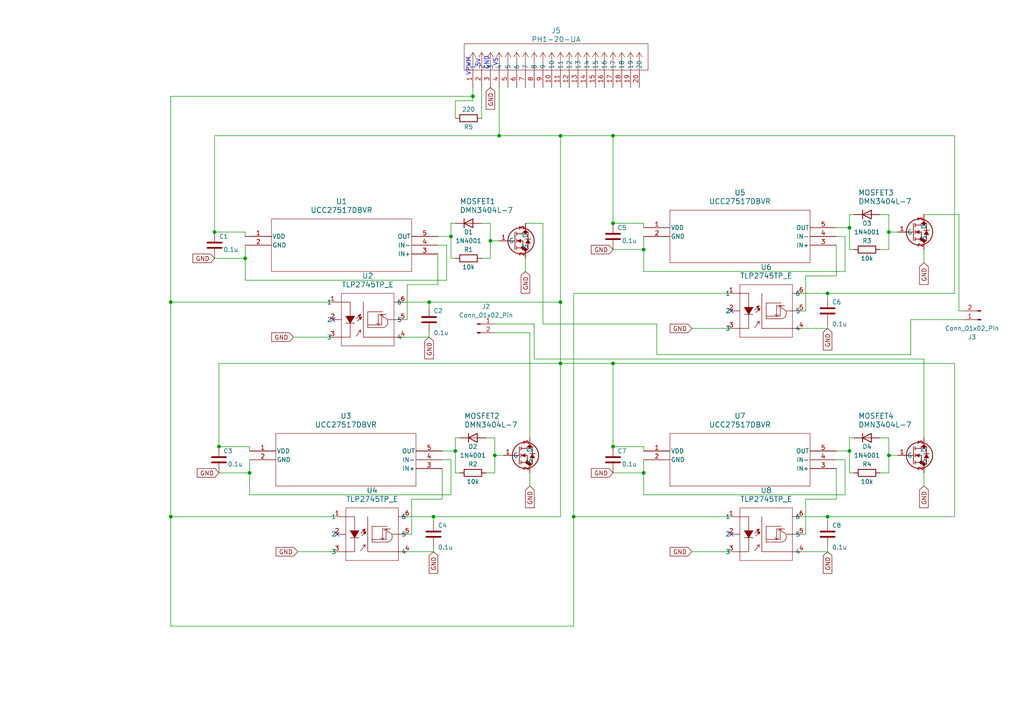
<source format=kicad_sch>
(kicad_sch (version 20231120) (generator "eeschema") (generator_version "8.0")
  (paper "A4")
  (lib_symbols
    (symbol "20 pins:PH1-20-UA" (pin_names (offset 0.254))
      (property "Reference" "J" (at 8.89 6.35 0))
      (property "Value" "PH1-20-UA" (at 0 0 0))
      (symbol "PH1-20-UA_1_1"
        (polyline (pts (xy 5.08 -50.8) (xy 12.7 -50.8)) (stroke (width 0.127)))
        (polyline (pts (xy 5.08 2.54) (xy 5.08 -50.8)) (stroke (width 0.127)))
        (polyline (pts (xy 10.16 -48.26) (xy 5.08 -48.26)) (stroke (width 0.127)))
        (polyline (pts (xy 10.16 -48.26) (xy 8.89 -49.1067)) (stroke (width 0.127)))
        (polyline (pts (xy 10.16 -48.26) (xy 8.89 -47.4133)) (stroke (width 0.127)))
        (polyline (pts (xy 10.16 -45.72) (xy 5.08 -45.72)) (stroke (width 0.127)))
        (polyline (pts (xy 10.16 -45.72) (xy 8.89 -46.5667)) (stroke (width 0.127)))
        (polyline (pts (xy 10.16 -45.72) (xy 8.89 -44.8733)) (stroke (width 0.127)))
        (polyline (pts (xy 10.16 -43.18) (xy 5.08 -43.18)) (stroke (width 0.127)))
        (polyline (pts (xy 10.16 -43.18) (xy 8.89 -44.0267)) (stroke (width 0.127)))
        (polyline (pts (xy 10.16 -43.18) (xy 8.89 -42.3333)) (stroke (width 0.127)))
        (polyline (pts (xy 10.16 -40.64) (xy 5.08 -40.64)) (stroke (width 0.127)))
        (polyline (pts (xy 10.16 -40.64) (xy 8.89 -41.4867)) (stroke (width 0.127)))
        (polyline (pts (xy 10.16 -40.64) (xy 8.89 -39.7933)) (stroke (width 0.127)))
        (polyline (pts (xy 10.16 -38.1) (xy 5.08 -38.1)) (stroke (width 0.127)))
        (polyline (pts (xy 10.16 -38.1) (xy 8.89 -38.9467)) (stroke (width 0.127)))
        (polyline (pts (xy 10.16 -38.1) (xy 8.89 -37.2533)) (stroke (width 0.127)))
        (polyline (pts (xy 10.16 -35.56) (xy 5.08 -35.56)) (stroke (width 0.127)))
        (polyline (pts (xy 10.16 -35.56) (xy 8.89 -36.4067)) (stroke (width 0.127)))
        (polyline (pts (xy 10.16 -35.56) (xy 8.89 -34.7133)) (stroke (width 0.127)))
        (polyline (pts (xy 10.16 -33.02) (xy 5.08 -33.02)) (stroke (width 0.127)))
        (polyline (pts (xy 10.16 -33.02) (xy 8.89 -33.8667)) (stroke (width 0.127)))
        (polyline (pts (xy 10.16 -33.02) (xy 8.89 -32.1733)) (stroke (width 0.127)))
        (polyline (pts (xy 10.16 -30.48) (xy 5.08 -30.48)) (stroke (width 0.127)))
        (polyline (pts (xy 10.16 -30.48) (xy 8.89 -31.3267)) (stroke (width 0.127)))
        (polyline (pts (xy 10.16 -30.48) (xy 8.89 -29.6333)) (stroke (width 0.127)))
        (polyline (pts (xy 10.16 -27.94) (xy 5.08 -27.94)) (stroke (width 0.127)))
        (polyline (pts (xy 10.16 -27.94) (xy 8.89 -28.7867)) (stroke (width 0.127)))
        (polyline (pts (xy 10.16 -27.94) (xy 8.89 -27.0933)) (stroke (width 0.127)))
        (polyline (pts (xy 10.16 -25.4) (xy 5.08 -25.4)) (stroke (width 0.127)))
        (polyline (pts (xy 10.16 -25.4) (xy 8.89 -26.2467)) (stroke (width 0.127)))
        (polyline (pts (xy 10.16 -25.4) (xy 8.89 -24.5533)) (stroke (width 0.127)))
        (polyline (pts (xy 10.16 -22.86) (xy 5.08 -22.86)) (stroke (width 0.127)))
        (polyline (pts (xy 10.16 -22.86) (xy 8.89 -23.7067)) (stroke (width 0.127)))
        (polyline (pts (xy 10.16 -22.86) (xy 8.89 -22.0133)) (stroke (width 0.127)))
        (polyline (pts (xy 10.16 -20.32) (xy 5.08 -20.32)) (stroke (width 0.127)))
        (polyline (pts (xy 10.16 -20.32) (xy 8.89 -21.1667)) (stroke (width 0.127)))
        (polyline (pts (xy 10.16 -20.32) (xy 8.89 -19.4733)) (stroke (width 0.127)))
        (polyline (pts (xy 10.16 -17.78) (xy 5.08 -17.78)) (stroke (width 0.127)))
        (polyline (pts (xy 10.16 -17.78) (xy 8.89 -18.6267)) (stroke (width 0.127)))
        (polyline (pts (xy 10.16 -17.78) (xy 8.89 -16.9333)) (stroke (width 0.127)))
        (polyline (pts (xy 10.16 -15.24) (xy 5.08 -15.24)) (stroke (width 0.127)))
        (polyline (pts (xy 10.16 -15.24) (xy 8.89 -16.0867)) (stroke (width 0.127)))
        (polyline (pts (xy 10.16 -15.24) (xy 8.89 -14.3933)) (stroke (width 0.127)))
        (polyline (pts (xy 10.16 -12.7) (xy 5.08 -12.7)) (stroke (width 0.127)))
        (polyline (pts (xy 10.16 -12.7) (xy 8.89 -13.5467)) (stroke (width 0.127)))
        (polyline (pts (xy 10.16 -12.7) (xy 8.89 -11.8533)) (stroke (width 0.127)))
        (polyline (pts (xy 10.16 -10.16) (xy 5.08 -10.16)) (stroke (width 0.127)))
        (polyline (pts (xy 10.16 -10.16) (xy 8.89 -11.0067)) (stroke (width 0.127)))
        (polyline (pts (xy 10.16 -10.16) (xy 8.89 -9.3133)) (stroke (width 0.127)))
        (polyline (pts (xy 10.16 -7.62) (xy 5.08 -7.62)) (stroke (width 0.127)))
        (polyline (pts (xy 10.16 -7.62) (xy 8.89 -8.4667)) (stroke (width 0.127)))
        (polyline (pts (xy 10.16 -7.62) (xy 8.89 -6.7733)) (stroke (width 0.127)))
        (polyline (pts (xy 10.16 -5.08) (xy 5.08 -5.08)) (stroke (width 0.127)))
        (polyline (pts (xy 10.16 -5.08) (xy 8.89 -5.9267)) (stroke (width 0.127)))
        (polyline (pts (xy 10.16 -5.08) (xy 8.89 -4.2333)) (stroke (width 0.127)))
        (polyline (pts (xy 10.16 -2.54) (xy 5.08 -2.54)) (stroke (width 0.127)))
        (polyline (pts (xy 10.16 -2.54) (xy 8.89 -3.3867)) (stroke (width 0.127)))
        (polyline (pts (xy 10.16 -2.54) (xy 8.89 -1.6933)) (stroke (width 0.127)))
        (polyline (pts (xy 10.16 0) (xy 5.08 0)) (stroke (width 0.127)))
        (polyline (pts (xy 10.16 0) (xy 8.89 -0.8467)) (stroke (width 0.127)))
        (polyline (pts (xy 10.16 0) (xy 8.89 0.8467)) (stroke (width 0.127)))
        (polyline (pts (xy 12.7 -50.8) (xy 12.7 2.54)) (stroke (width 0.127)))
        (polyline (pts (xy 12.7 2.54) (xy 5.08 2.54)) (stroke (width 0.127)))
        (pin unspecified line (at 0 0 0) (length 5.08) (name "1") (number "1"))
        (pin unspecified line (at 0 -22.86 0) (length 5.08) (name "10") (number "10"))
        (pin unspecified line (at 0 -25.4 0) (length 5.08) (name "11") (number "11"))
        (pin unspecified line (at 0 -27.94 0) (length 5.08) (name "12") (number "12"))
        (pin unspecified line (at 0 -30.48 0) (length 5.08) (name "13") (number "13"))
        (pin unspecified line (at 0 -33.02 0) (length 5.08) (name "14") (number "14"))
        (pin unspecified line (at 0 -35.56 0) (length 5.08) (name "15") (number "15"))
        (pin unspecified line (at 0 -38.1 0) (length 5.08) (name "16") (number "16"))
        (pin unspecified line (at 0 -40.64 0) (length 5.08) (name "17") (number "17"))
        (pin unspecified line (at 0 -43.18 0) (length 5.08) (name "18") (number "18"))
        (pin unspecified line (at 0 -45.72 0) (length 5.08) (name "19") (number "19"))
        (pin unspecified line (at 0 -2.54 0) (length 5.08) (name "2") (number "2"))
        (pin unspecified line (at 0 -48.26 0) (length 5.08) (name "20") (number "20"))
        (pin unspecified line (at 0 -5.08 0) (length 5.08) (name "3") (number "3"))
        (pin unspecified line (at 0 -7.62 0) (length 5.08) (name "4") (number "4"))
        (pin unspecified line (at 0 -10.16 0) (length 5.08) (name "5") (number "5"))
        (pin unspecified line (at 0 -12.7 0) (length 5.08) (name "6") (number "6"))
        (pin unspecified line (at 0 -15.24 0) (length 5.08) (name "7") (number "7"))
        (pin unspecified line (at 0 -17.78 0) (length 5.08) (name "8") (number "8"))
        (pin unspecified line (at 0 -20.32 0) (length 5.08) (name "9") (number "9"))
      )
      (symbol "PH1-20-UA_1_2"
        (polyline (pts (xy 5.08 -50.8) (xy 12.7 -50.8)) (stroke (width 0.127)))
        (polyline (pts (xy 5.08 2.54) (xy 5.08 -50.8)) (stroke (width 0.127)))
        (polyline (pts (xy 7.62 -48.26) (xy 5.08 -48.26)) (stroke (width 0.127)))
        (polyline (pts (xy 7.62 -48.26) (xy 8.89 -49.1067)) (stroke (width 0.127)))
        (polyline (pts (xy 7.62 -48.26) (xy 8.89 -47.4133)) (stroke (width 0.127)))
        (polyline (pts (xy 7.62 -45.72) (xy 5.08 -45.72)) (stroke (width 0.127)))
        (polyline (pts (xy 7.62 -45.72) (xy 8.89 -46.5667)) (stroke (width 0.127)))
        (polyline (pts (xy 7.62 -45.72) (xy 8.89 -44.8733)) (stroke (width 0.127)))
        (polyline (pts (xy 7.62 -43.18) (xy 5.08 -43.18)) (stroke (width 0.127)))
        (polyline (pts (xy 7.62 -43.18) (xy 8.89 -44.0267)) (stroke (width 0.127)))
        (polyline (pts (xy 7.62 -43.18) (xy 8.89 -42.3333)) (stroke (width 0.127)))
        (polyline (pts (xy 7.62 -40.64) (xy 5.08 -40.64)) (stroke (width 0.127)))
        (polyline (pts (xy 7.62 -40.64) (xy 8.89 -41.4867)) (stroke (width 0.127)))
        (polyline (pts (xy 7.62 -40.64) (xy 8.89 -39.7933)) (stroke (width 0.127)))
        (polyline (pts (xy 7.62 -38.1) (xy 5.08 -38.1)) (stroke (width 0.127)))
        (polyline (pts (xy 7.62 -38.1) (xy 8.89 -38.9467)) (stroke (width 0.127)))
        (polyline (pts (xy 7.62 -38.1) (xy 8.89 -37.2533)) (stroke (width 0.127)))
        (polyline (pts (xy 7.62 -35.56) (xy 5.08 -35.56)) (stroke (width 0.127)))
        (polyline (pts (xy 7.62 -35.56) (xy 8.89 -36.4067)) (stroke (width 0.127)))
        (polyline (pts (xy 7.62 -35.56) (xy 8.89 -34.7133)) (stroke (width 0.127)))
        (polyline (pts (xy 7.62 -33.02) (xy 5.08 -33.02)) (stroke (width 0.127)))
        (polyline (pts (xy 7.62 -33.02) (xy 8.89 -33.8667)) (stroke (width 0.127)))
        (polyline (pts (xy 7.62 -33.02) (xy 8.89 -32.1733)) (stroke (width 0.127)))
        (polyline (pts (xy 7.62 -30.48) (xy 5.08 -30.48)) (stroke (width 0.127)))
        (polyline (pts (xy 7.62 -30.48) (xy 8.89 -31.3267)) (stroke (width 0.127)))
        (polyline (pts (xy 7.62 -30.48) (xy 8.89 -29.6333)) (stroke (width 0.127)))
        (polyline (pts (xy 7.62 -27.94) (xy 5.08 -27.94)) (stroke (width 0.127)))
        (polyline (pts (xy 7.62 -27.94) (xy 8.89 -28.7867)) (stroke (width 0.127)))
        (polyline (pts (xy 7.62 -27.94) (xy 8.89 -27.0933)) (stroke (width 0.127)))
        (polyline (pts (xy 7.62 -25.4) (xy 5.08 -25.4)) (stroke (width 0.127)))
        (polyline (pts (xy 7.62 -25.4) (xy 8.89 -26.2467)) (stroke (width 0.127)))
        (polyline (pts (xy 7.62 -25.4) (xy 8.89 -24.5533)) (stroke (width 0.127)))
        (polyline (pts (xy 7.62 -22.86) (xy 5.08 -22.86)) (stroke (width 0.127)))
        (polyline (pts (xy 7.62 -22.86) (xy 8.89 -23.7067)) (stroke (width 0.127)))
        (polyline (pts (xy 7.62 -22.86) (xy 8.89 -22.0133)) (stroke (width 0.127)))
        (polyline (pts (xy 7.62 -20.32) (xy 5.08 -20.32)) (stroke (width 0.127)))
        (polyline (pts (xy 7.62 -20.32) (xy 8.89 -21.1667)) (stroke (width 0.127)))
        (polyline (pts (xy 7.62 -20.32) (xy 8.89 -19.4733)) (stroke (width 0.127)))
        (polyline (pts (xy 7.62 -17.78) (xy 5.08 -17.78)) (stroke (width 0.127)))
        (polyline (pts (xy 7.62 -17.78) (xy 8.89 -18.6267)) (stroke (width 0.127)))
        (polyline (pts (xy 7.62 -17.78) (xy 8.89 -16.9333)) (stroke (width 0.127)))
        (polyline (pts (xy 7.62 -15.24) (xy 5.08 -15.24)) (stroke (width 0.127)))
        (polyline (pts (xy 7.62 -15.24) (xy 8.89 -16.0867)) (stroke (width 0.127)))
        (polyline (pts (xy 7.62 -15.24) (xy 8.89 -14.3933)) (stroke (width 0.127)))
        (polyline (pts (xy 7.62 -12.7) (xy 5.08 -12.7)) (stroke (width 0.127)))
        (polyline (pts (xy 7.62 -12.7) (xy 8.89 -13.5467)) (stroke (width 0.127)))
        (polyline (pts (xy 7.62 -12.7) (xy 8.89 -11.8533)) (stroke (width 0.127)))
        (polyline (pts (xy 7.62 -10.16) (xy 5.08 -10.16)) (stroke (width 0.127)))
        (polyline (pts (xy 7.62 -10.16) (xy 8.89 -11.0067)) (stroke (width 0.127)))
        (polyline (pts (xy 7.62 -10.16) (xy 8.89 -9.3133)) (stroke (width 0.127)))
        (polyline (pts (xy 7.62 -7.62) (xy 5.08 -7.62)) (stroke (width 0.127)))
        (polyline (pts (xy 7.62 -7.62) (xy 8.89 -8.4667)) (stroke (width 0.127)))
        (polyline (pts (xy 7.62 -7.62) (xy 8.89 -6.7733)) (stroke (width 0.127)))
        (polyline (pts (xy 7.62 -5.08) (xy 5.08 -5.08)) (stroke (width 0.127)))
        (polyline (pts (xy 7.62 -5.08) (xy 8.89 -5.9267)) (stroke (width 0.127)))
        (polyline (pts (xy 7.62 -5.08) (xy 8.89 -4.2333)) (stroke (width 0.127)))
        (polyline (pts (xy 7.62 -2.54) (xy 5.08 -2.54)) (stroke (width 0.127)))
        (polyline (pts (xy 7.62 -2.54) (xy 8.89 -3.3867)) (stroke (width 0.127)))
        (polyline (pts (xy 7.62 -2.54) (xy 8.89 -1.6933)) (stroke (width 0.127)))
        (polyline (pts (xy 7.62 0) (xy 5.08 0)) (stroke (width 0.127)))
        (polyline (pts (xy 7.62 0) (xy 8.89 -0.8467)) (stroke (width 0.127)))
        (polyline (pts (xy 7.62 0) (xy 8.89 0.8467)) (stroke (width 0.127)))
        (polyline (pts (xy 12.7 -50.8) (xy 12.7 2.54)) (stroke (width 0.127)))
        (polyline (pts (xy 12.7 2.54) (xy 5.08 2.54)) (stroke (width 0.127)))
        (pin unspecified line (at 0 0 0) (length 5.08) (name "1") (number "1"))
        (pin unspecified line (at 0 -22.86 0) (length 5.08) (name "10") (number "10"))
        (pin unspecified line (at 0 -25.4 0) (length 5.08) (name "11") (number "11"))
        (pin unspecified line (at 0 -27.94 0) (length 5.08) (name "12") (number "12"))
        (pin unspecified line (at 0 -30.48 0) (length 5.08) (name "13") (number "13"))
        (pin unspecified line (at 0 -33.02 0) (length 5.08) (name "14") (number "14"))
        (pin unspecified line (at 0 -35.56 0) (length 5.08) (name "15") (number "15"))
        (pin unspecified line (at 0 -38.1 0) (length 5.08) (name "16") (number "16"))
        (pin unspecified line (at 0 -40.64 0) (length 5.08) (name "17") (number "17"))
        (pin unspecified line (at 0 -43.18 0) (length 5.08) (name "18") (number "18"))
        (pin unspecified line (at 0 -45.72 0) (length 5.08) (name "19") (number "19"))
        (pin unspecified line (at 0 -2.54 0) (length 5.08) (name "2") (number "2"))
        (pin unspecified line (at 0 -48.26 0) (length 5.08) (name "20") (number "20"))
        (pin unspecified line (at 0 -5.08 0) (length 5.08) (name "3") (number "3"))
        (pin unspecified line (at 0 -7.62 0) (length 5.08) (name "4") (number "4"))
        (pin unspecified line (at 0 -10.16 0) (length 5.08) (name "5") (number "5"))
        (pin unspecified line (at 0 -12.7 0) (length 5.08) (name "6") (number "6"))
        (pin unspecified line (at 0 -15.24 0) (length 5.08) (name "7") (number "7"))
        (pin unspecified line (at 0 -17.78 0) (length 5.08) (name "8") (number "8"))
        (pin unspecified line (at 0 -20.32 0) (length 5.08) (name "9") (number "9"))
      )
    )
    (symbol "Connector:Conn_01x02_Pin" (pin_names (offset 1.016) hide)
      (property "Reference" "J" (at 0 2.54 0))
      (property "Value" "Conn_01x02_Pin" (at 0 -5.08 0))
      (symbol "Conn_01x02_Pin_1_1"
        (polyline (pts (xy 1.27 -2.54) (xy 0.8636 -2.54)) (stroke (width 0.1524)))
        (polyline (pts (xy 1.27 0) (xy 0.8636 0)) (stroke (width 0.1524)))
        (rectangle (start 0.8636 -2.413) (end 0 -2.667) (stroke (width 0.1524)) (fill (type outline)))
        (rectangle (start 0.8636 0.127) (end 0 -0.127) (stroke (width 0.1524)) (fill (type outline)))
        (pin passive line (at 5.08 0 180) (length 3.81) (name "Pin_1") (number "1"))
        (pin passive line (at 5.08 -2.54 180) (length 3.81) (name "Pin_2") (number "2"))
      )
    )
    (symbol "Device:C" (pin_numbers hide) (pin_names (offset 0.254))
      (property "Reference" "C" (at 0.635 2.54 0))
      (property "Value" "C" (at 0.635 -2.54 0))
      (symbol "C_0_1"
        (polyline (pts (xy -2.032 -0.762) (xy 2.032 -0.762)) (stroke (width 0.508)))
        (polyline (pts (xy -2.032 0.762) (xy 2.032 0.762)) (stroke (width 0.508)))
      )
      (symbol "C_1_1"
        (pin passive line (at 0 3.81 270) (length 2.794) (name "~") (number "1"))
        (pin passive line (at 0 -3.81 90) (length 2.794) (name "~") (number "2"))
      )
    )
    (symbol "Device:R" (pin_numbers hide) (pin_names (offset 0))
      (property "Reference" "R" (at 2.032 0 90))
      (property "Value" "R" (at 0 0 90))
      (symbol "R_0_1"
        (rectangle (start -1.016 -2.54) (end 1.016 2.54) (stroke (width 0.254)))
      )
      (symbol "R_1_1"
        (pin passive line (at 0 3.81 270) (length 1.27) (name "~") (number "1"))
        (pin passive line (at 0 -3.81 90) (length 1.27) (name "~") (number "2"))
      )
    )
    (symbol "Diode:1N4001" (pin_numbers hide) (pin_names hide)
      (property "Reference" "D" (at 0 2.54 0))
      (property "Value" "1N4001" (at 0 -2.54 0))
      (symbol "1N4001_0_1"
        (polyline (pts (xy -1.27 1.27) (xy -1.27 -1.27)) (stroke (width 0.254)))
        (polyline (pts (xy 1.27 0) (xy -1.27 0)))
        (polyline (pts (xy 1.27 1.27) (xy 1.27 -1.27) (xy -1.27 0) (xy 1.27 1.27)) (stroke (width 0.254)))
      )
      (symbol "1N4001_1_1"
        (pin passive line (at -3.81 0 0) (length 2.54) (name "K") (number "1"))
        (pin passive line (at 3.81 0 180) (length 2.54) (name "A") (number "2"))
      )
    )
    (symbol "Driver_FET:UCC27517DBVR" (pin_names (offset 0.254))
      (property "Reference" "U" (at 27.94 10.16 0))
      (property "Value" "UCC27517DBVR" (at 27.94 7.62 0))
      (symbol "UCC27517DBVR_0_1"
        (polyline (pts (xy 7.62 -10.16) (xy 48.26 -10.16)) (stroke (width 0.127)))
        (polyline (pts (xy 7.62 5.08) (xy 7.62 -10.16)) (stroke (width 0.127)))
        (polyline (pts (xy 48.26 -10.16) (xy 48.26 5.08)) (stroke (width 0.127)))
        (polyline (pts (xy 48.26 5.08) (xy 7.62 5.08)) (stroke (width 0.127)))
        (pin power_in line (at 0 0 0) (length 7.62) (name "VDD") (number "1"))
        (pin power_in line (at 0 -2.54 0) (length 7.62) (name "GND") (number "2"))
        (pin input line (at 55.88 -5.08 180) (length 7.62) (name "IN+") (number "3"))
        (pin input line (at 55.88 -2.54 180) (length 7.62) (name "IN-") (number "4"))
        (pin output line (at 55.88 0 180) (length 7.62) (name "OUT") (number "5"))
      )
    )
    (symbol "Isolator_Analog:TLP2745TP_E" (pin_names (offset 0.254))
      (property "Reference" "U" (at 0 0 0))
      (property "Value" "TLP2745TP_E" (at 0 0 0))
      (symbol "TLP2745TP_E_0_1"
        (polyline (pts (xy -2.54 -12.7) (xy 0 -12.7)))
        (polyline (pts (xy -2.54 -7.62) (xy 0 -7.62)))
        (polyline (pts (xy -2.54 -2.54) (xy 0 -2.54)))
        (polyline (pts (xy 0 -15.24) (xy 0 0)) (stroke (width 0.127)))
        (polyline (pts (xy 0 -12.7) (xy 2.54 -12.7)))
        (polyline (pts (xy 0 -2.54) (xy 2.54 -2.54)))
        (polyline (pts (xy 0 0) (xy 15.24 0)) (stroke (width 0.127)))
        (polyline (pts (xy 1.27 -8.636) (xy 3.81 -8.636)))
        (polyline (pts (xy 2.54 -12.7) (xy 2.54 -8.636)))
        (polyline (pts (xy 2.54 -2.54) (xy 2.54 -6.604)))
        (polyline (pts (xy 4.318 -7.366) (xy 5.588 -6.096)))
        (polyline (pts (xy 4.572 -8.128) (xy 5.842 -6.858)))
        (polyline (pts (xy 4.826 -10.922) (xy 5.588 -10.668)))
        (polyline (pts (xy 5.588 -11.43) (xy 5.588 -10.668)))
        (polyline (pts (xy 5.588 -10.668) (xy 4.318 -12.446)))
        (polyline (pts (xy 6.35 -12.7) (xy 15.24 -12.7)))
        (polyline (pts (xy 6.35 -2.54) (xy 6.35 -12.7)))
        (polyline (pts (xy 7.62 -9.906) (xy 11.938 -9.906)))
        (polyline (pts (xy 7.62 -5.334) (xy 7.62 -9.906)))
        (polyline (pts (xy 7.62 -5.334) (xy 11.938 -5.334)))
        (polyline (pts (xy 10.668 -9.144) (xy 10.16 -8.636)))
        (polyline (pts (xy 10.668 -9.144) (xy 11.176 -8.636)))
        (polyline (pts (xy 10.668 -6.096) (xy 10.668 -9.144)))
        (polyline (pts (xy 10.668 -6.096) (xy 12.954 -6.096)))
        (polyline (pts (xy 11.684 -9.144) (xy 7.62 -9.144)))
        (polyline (pts (xy 11.684 -6.096) (xy 11.176 -6.604)))
        (polyline (pts (xy 11.684 -6.096) (xy 11.684 -9.144)))
        (polyline (pts (xy 11.684 -6.096) (xy 12.192 -6.604)))
        (polyline (pts (xy 13.462 -7.62) (xy 15.24 -7.62)))
        (polyline (pts (xy 15.24 -15.24) (xy 0 -15.24)) (stroke (width 0.127)))
        (polyline (pts (xy 15.24 0) (xy 15.24 -15.24)) (stroke (width 0.127)))
        (polyline (pts (xy 17.78 -12.7) (xy 15.24 -12.7)))
        (polyline (pts (xy 17.78 -7.62) (xy 15.24 -7.62)))
        (polyline (pts (xy 17.78 -2.54) (xy 15.24 -2.54)))
        (polyline (pts (xy 1.27 -6.604) (xy 1.27 -6.604) (xy 3.81 -6.604) (xy 2.54 -8.636) (xy 1.27 -6.604)) (fill (type outline)))
        (polyline (pts (xy 5.588 -6.096) (xy 5.588 -6.096) (xy 4.826 -6.35) (xy 5.334 -6.858) (xy 5.588 -6.096)) (fill (type outline)))
        (polyline (pts (xy 5.842 -6.858) (xy 5.842 -6.858) (xy 5.08 -7.112) (xy 5.588 -7.62) (xy 5.842 -6.858)) (fill (type outline)))
        (arc (start 11.938 -9.906) (mid 13.4554 -8.382) (end 11.938 -6.858))
        (pin unspecified line (at -2.5146 -2.54 180) (length 0.0254) (name "1") (number "1"))
        (pin unspecified line (at -2.5146 -7.62 180) (length 0.0254) (name "2") (number "2"))
        (pin unspecified line (at -2.5146 -12.7 180) (length 0.0254) (name "3") (number "3"))
        (pin unspecified line (at 17.8054 -12.7 180) (length 0.0254) (name "4") (number "4"))
        (pin unspecified line (at 17.8054 -7.62 180) (length 0.0254) (name "5") (number "5"))
        (pin unspecified line (at 17.8054 -2.54 180) (length 0.0254) (name "6") (number "6"))
      )
    )
    (symbol "Transistor_FET:DMN3404L-7" (pin_names (offset 0.254))
      (property "Reference" "MOSFET" (at 11.43 1.905 0))
      (property "Value" "DMN3404L-7" (at 11.43 -2.54 0))
      (symbol "DMN3404L-7_0_1"
        (polyline (pts (xy 2.54 0) (xy 4.445 0)) (stroke (width 0.2032)))
        (polyline (pts (xy 4.572 -2.54) (xy 4.572 2.54)) (stroke (width 0.2032)))
        (polyline (pts (xy 5.08 -2.54) (xy 5.08 -1.524)) (stroke (width 0.2032)))
        (polyline (pts (xy 5.08 -2.032) (xy 6.858 -2.032)) (stroke (width 0.2032)))
        (polyline (pts (xy 5.08 -0.508) (xy 5.08 0.508)) (stroke (width 0.2032)))
        (polyline (pts (xy 5.08 1.524) (xy 5.08 2.54)) (stroke (width 0.2032)))
        (polyline (pts (xy 5.08 2.032) (xy 6.858 2.032)) (stroke (width 0.2032)))
        (polyline (pts (xy 6.35 0) (xy 6.858 0)) (stroke (width 0.2032)))
        (polyline (pts (xy 6.858 -2.54) (xy 6.858 0)) (stroke (width 0.2032)))
        (polyline (pts (xy 6.858 -2.54) (xy 8.382 -2.54)) (stroke (width 0.2032)))
        (polyline (pts (xy 6.858 2.032) (xy 6.858 2.54)) (stroke (width 0.2032)))
        (polyline (pts (xy 6.858 2.54) (xy 8.382 2.54)) (stroke (width 0.2032)))
        (polyline (pts (xy 8.382 -2.54) (xy 8.382 -0.762)) (stroke (width 0.2032)))
        (polyline (pts (xy 8.382 0.508) (xy 8.382 2.54)) (stroke (width 0.2032)))
        (polyline (pts (xy 9.144 0.508) (xy 7.62 0.508)) (stroke (width 0.2032)))
        (polyline (pts (xy 6.35 0.508) (xy 5.08 0) (xy 6.35 -0.508)) (stroke (width 0.0254)) (fill (type outline)))
        (polyline (pts (xy 9.144 -0.762) (xy 7.62 -0.762) (xy 8.382 0.508)) (stroke (width 0.0254)) (fill (type outline)))
        (circle (center 6.35 0) (radius 3.81) (stroke (width 0.254)))
        (circle (center 6.858 -2.032) (radius 0.0254) (stroke (width 0.508)))
        (circle (center 7.62 -2.54) (radius 0.0254) (stroke (width 0.508)))
        (circle (center 7.62 2.54) (radius 0.0254) (stroke (width 0.508)))
        (pin unspecified line (at 0 0 0) (length 2.54) (name "G") (number "1"))
        (pin unspecified line (at 7.62 -5.08 90) (length 2.54) (name "S") (number "2"))
        (pin unspecified line (at 7.62 5.08 270) (length 2.54) (name "D") (number "3"))
      )
    )
  )
  (junction (at 143.51 132.08))
  (junction (at 246.38 66.04))
  (junction (at 177.8 105.41))
  (junction (at 72.39 137.16))
  (junction (at 162.56 87.63))
  (junction (at 240.03 149.86))
  (junction (at 186.69 137.16))
  (junction (at 49.53 87.63))
  (junction (at 130.81 68.58))
  (junction (at 257.81 67.31))
  (junction (at 62.23 67.31))
  (junction (at 49.53 149.86))
  (junction (at 63.5 129.54))
  (junction (at 177.8 64.77))
  (junction (at 166.37 149.86))
  (junction (at 257.81 132.08))
  (junction (at 177.8 39.37))
  (junction (at 177.8 129.54))
  (junction (at 186.69 72.39))
  (junction (at 137.16 27.94))
  (junction (at 162.56 105.41))
  (junction (at 144.78 39.37))
  (junction (at 132.08 130.81))
  (junction (at 71.12 74.93))
  (junction (at 240.03 85.09))
  (junction (at 246.38 130.81))
  (junction (at 142.24 69.85))
  (junction (at 124.46 87.63))
  (junction (at 125.73 149.86))
  (junction (at 162.56 39.37))
  (no_connect (at 96.52 92.71))
  (no_connect (at 97.79 154.94))
  (no_connect (at 212.09 90.17))
  (no_connect (at 212.09 154.94))
  (wire (pts (xy 245.11 68.58) (xy 245.11 78.74)))
  (wire (pts (xy 62.23 67.31) (xy 71.12 67.31)))
  (wire (pts (xy 154.94 93.98) (xy 143.51 93.98)))
  (wire (pts (xy 242.57 130.81) (xy 246.38 130.81)))
  (wire (pts (xy 247.65 127) (xy 246.38 127)))
  (wire (pts (xy 133.35 127) (xy 132.08 127)))
  (wire (pts (xy 157.48 64.77) (xy 152.4 64.77)))
  (wire (pts (xy 144.78 39.37) (xy 162.56 39.37)))
  (wire (pts (xy 276.86 105.41) (xy 177.8 105.41)))
  (wire (pts (xy 49.53 149.86) (xy 97.79 149.86)))
  (wire (pts (xy 267.97 127) (xy 267.97 104.14)))
  (wire (pts (xy 246.38 62.23) (xy 246.38 66.04)))
  (wire (pts (xy 140.97 127) (xy 143.51 127)))
  (wire (pts (xy 125.73 160.02) (xy 118.11 160.02)))
  (wire (pts (xy 129.54 71.12) (xy 129.54 81.28)))
  (wire (pts (xy 240.03 160.02) (xy 232.41 160.02)))
  (wire (pts (xy 260.35 132.08) (xy 257.81 132.08)))
  (wire (pts (xy 186.69 143.51) (xy 186.69 137.16)))
  (wire (pts (xy 129.54 81.28) (xy 71.12 81.28)))
  (wire (pts (xy 139.7 25.4) (xy 139.7 34.29)))
  (wire (pts (xy 246.38 72.39) (xy 247.65 72.39)))
  (wire (pts (xy 72.39 129.54) (xy 72.39 130.81)))
  (wire (pts (xy 255.27 137.16) (xy 257.81 137.16)))
  (wire (pts (xy 49.53 87.63) (xy 49.53 27.94)))
  (wire (pts (xy 177.8 129.54) (xy 186.69 129.54)))
  (wire (pts (xy 125.73 149.86) (xy 125.73 151.13)))
  (wire (pts (xy 144.78 39.37) (xy 62.23 39.37)))
  (wire (pts (xy 190.5 102.87) (xy 190.5 93.98)))
  (wire (pts (xy 257.81 127) (xy 257.81 132.08)))
  (wire (pts (xy 49.53 27.94) (xy 137.16 27.94)))
  (wire (pts (xy 118.11 92.71) (xy 116.84 92.71)))
  (wire (pts (xy 157.48 93.98) (xy 190.5 93.98)))
  (wire (pts (xy 124.46 87.63) (xy 162.56 87.63)))
  (wire (pts (xy 162.56 39.37) (xy 162.56 87.63)))
  (wire (pts (xy 132.08 64.77) (xy 130.81 64.77)))
  (wire (pts (xy 85.09 97.79) (xy 96.52 97.79)))
  (wire (pts (xy 144.78 69.85) (xy 142.24 69.85)))
  (wire (pts (xy 246.38 130.81) (xy 246.38 137.16)))
  (wire (pts (xy 279.4 90.17) (xy 278.13 90.17)))
  (wire (pts (xy 130.81 68.58) (xy 130.81 74.93)))
  (wire (pts (xy 245.11 143.51) (xy 186.69 143.51)))
  (wire (pts (xy 232.41 149.86) (xy 240.03 149.86)))
  (wire (pts (xy 132.08 29.21) (xy 137.16 29.21)))
  (wire (pts (xy 127 68.58) (xy 130.81 68.58)))
  (wire (pts (xy 240.03 149.86) (xy 240.03 151.13)))
  (wire (pts (xy 260.35 67.31) (xy 257.81 67.31)))
  (wire (pts (xy 267.97 62.23) (xy 278.13 62.23)))
  (wire (pts (xy 186.69 78.74) (xy 186.69 72.39)))
  (wire (pts (xy 264.16 92.71) (xy 264.16 102.87)))
  (wire (pts (xy 62.23 74.93) (xy 71.12 74.93)))
  (wire (pts (xy 132.08 127) (xy 132.08 130.81)))
  (wire (pts (xy 255.27 62.23) (xy 257.81 62.23)))
  (wire (pts (xy 130.81 74.93) (xy 132.08 74.93)))
  (wire (pts (xy 186.69 129.54) (xy 186.69 130.81)))
  (wire (pts (xy 118.11 92.71) (xy 118.11 82.55)))
  (wire (pts (xy 86.36 160.02) (xy 97.79 160.02)))
  (wire (pts (xy 49.53 149.86) (xy 49.53 87.63)))
  (wire (pts (xy 140.97 137.16) (xy 143.51 137.16)))
  (wire (pts (xy 276.86 149.86) (xy 276.86 105.41)))
  (wire (pts (xy 276.86 39.37) (xy 177.8 39.37)))
  (wire (pts (xy 177.8 105.41) (xy 177.8 129.54)))
  (wire (pts (xy 49.53 87.63) (xy 96.52 87.63)))
  (wire (pts (xy 177.8 137.16) (xy 186.69 137.16)))
  (wire (pts (xy 166.37 149.86) (xy 212.09 149.86)))
  (wire (pts (xy 118.11 82.55) (xy 127 82.55)))
  (wire (pts (xy 240.03 85.09) (xy 276.86 85.09)))
  (wire (pts (xy 128.27 130.81) (xy 132.08 130.81)))
  (wire (pts (xy 279.4 92.71) (xy 264.16 92.71)))
  (wire (pts (xy 119.38 154.94) (xy 118.11 154.94)))
  (wire (pts (xy 232.41 85.09) (xy 240.03 85.09)))
  (wire (pts (xy 267.97 104.14) (xy 154.94 104.14)))
  (wire (pts (xy 152.4 74.93) (xy 152.4 78.74)))
  (wire (pts (xy 240.03 149.86) (xy 276.86 149.86)))
  (wire (pts (xy 267.97 137.16) (xy 267.97 140.97)))
  (wire (pts (xy 153.67 137.16) (xy 153.67 140.97)))
  (wire (pts (xy 240.03 95.25) (xy 232.41 95.25)))
  (wire (pts (xy 132.08 137.16) (xy 133.35 137.16)))
  (wire (pts (xy 246.38 137.16) (xy 247.65 137.16)))
  (wire (pts (xy 139.7 64.77) (xy 142.24 64.77)))
  (wire (pts (xy 142.24 69.85) (xy 142.24 74.93)))
  (wire (pts (xy 143.51 127) (xy 143.51 132.08)))
  (wire (pts (xy 177.8 72.39) (xy 186.69 72.39)))
  (wire (pts (xy 177.8 64.77) (xy 186.69 64.77)))
  (wire (pts (xy 200.66 160.02) (xy 212.09 160.02)))
  (wire (pts (xy 72.39 143.51) (xy 72.39 137.16)))
  (wire (pts (xy 154.94 104.14) (xy 154.94 93.98)))
  (wire (pts (xy 186.69 137.16) (xy 186.69 133.35)))
  (wire (pts (xy 130.81 64.77) (xy 130.81 68.58)))
  (wire (pts (xy 267.97 72.39) (xy 267.97 76.2)))
  (wire (pts (xy 142.24 64.77) (xy 142.24 69.85)))
  (wire (pts (xy 153.67 96.52) (xy 143.51 96.52)))
  (wire (pts (xy 162.56 105.41) (xy 162.56 149.86)))
  (wire (pts (xy 242.57 144.78) (xy 242.57 135.89)))
  (wire (pts (xy 127 82.55) (xy 127 73.66)))
  (wire (pts (xy 257.81 132.08) (xy 257.81 137.16)))
  (wire (pts (xy 255.27 72.39) (xy 257.81 72.39)))
  (wire (pts (xy 233.68 80.01) (xy 242.57 80.01)))
  (wire (pts (xy 146.05 132.08) (xy 143.51 132.08)))
  (wire (pts (xy 124.46 87.63) (xy 124.46 88.9)))
  (wire (pts (xy 124.46 96.52) (xy 124.46 97.79)))
  (wire (pts (xy 278.13 62.23) (xy 278.13 90.17)))
  (wire (pts (xy 276.86 85.09) (xy 276.86 39.37)))
  (wire (pts (xy 62.23 39.37) (xy 62.23 67.31)))
  (wire (pts (xy 166.37 85.09) (xy 166.37 149.86)))
  (wire (pts (xy 257.81 67.31) (xy 257.81 72.39)))
  (wire (pts (xy 71.12 67.31) (xy 71.12 68.58)))
  (wire (pts (xy 257.81 62.23) (xy 257.81 67.31)))
  (wire (pts (xy 162.56 87.63) (xy 162.56 105.41)))
  (wire (pts (xy 186.69 72.39) (xy 186.69 68.58)))
  (wire (pts (xy 177.8 64.77) (xy 177.8 39.37)))
  (wire (pts (xy 166.37 85.09) (xy 212.09 85.09)))
  (wire (pts (xy 240.03 93.98) (xy 240.03 95.25)))
  (wire (pts (xy 63.5 137.16) (xy 72.39 137.16)))
  (wire (pts (xy 186.69 64.77) (xy 186.69 66.04)))
  (wire (pts (xy 245.11 133.35) (xy 245.11 143.51)))
  (wire (pts (xy 200.66 95.25) (xy 212.09 95.25)))
  (wire (pts (xy 125.73 149.86) (xy 162.56 149.86)))
  (wire (pts (xy 157.48 64.77) (xy 157.48 93.98)))
  (wire (pts (xy 240.03 158.75) (xy 240.03 160.02)))
  (wire (pts (xy 245.11 78.74) (xy 186.69 78.74)))
  (wire (pts (xy 240.03 85.09) (xy 240.03 86.36)))
  (wire (pts (xy 137.16 29.21) (xy 137.16 27.94)))
  (wire (pts (xy 63.5 129.54) (xy 72.39 129.54)))
  (wire (pts (xy 132.08 130.81) (xy 132.08 137.16)))
  (wire (pts (xy 242.57 80.01) (xy 242.57 71.12)))
  (wire (pts (xy 247.65 62.23) (xy 246.38 62.23)))
  (wire (pts (xy 233.68 154.94) (xy 232.41 154.94)))
  (wire (pts (xy 233.68 90.17) (xy 233.68 80.01)))
  (wire (pts (xy 143.51 132.08) (xy 143.51 137.16)))
  (wire (pts (xy 119.38 144.78) (xy 128.27 144.78)))
  (wire (pts (xy 130.81 143.51) (xy 72.39 143.51)))
  (wire (pts (xy 119.38 154.94) (xy 119.38 144.78)))
  (wire (pts (xy 246.38 66.04) (xy 246.38 72.39)))
  (wire (pts (xy 132.08 34.29) (xy 132.08 29.21)))
  (wire (pts (xy 49.53 181.61) (xy 166.37 181.61)))
  (wire (pts (xy 255.27 127) (xy 257.81 127)))
  (wire (pts (xy 242.57 66.04) (xy 246.38 66.04)))
  (wire (pts (xy 233.68 90.17) (xy 232.41 90.17)))
  (wire (pts (xy 137.16 25.4) (xy 137.16 27.94)))
  (wire (pts (xy 246.38 127) (xy 246.38 130.81)))
  (wire (pts (xy 242.57 68.58) (xy 245.11 68.58)))
  (wire (pts (xy 242.57 133.35) (xy 245.11 133.35)))
  (wire (pts (xy 118.11 149.86) (xy 125.73 149.86)))
  (wire (pts (xy 166.37 149.86) (xy 166.37 181.61)))
  (wire (pts (xy 128.27 133.35) (xy 130.81 133.35)))
  (wire (pts (xy 124.46 97.79) (xy 116.84 97.79)))
  (wire (pts (xy 71.12 81.28) (xy 71.12 74.93)))
  (wire (pts (xy 127 71.12) (xy 129.54 71.12)))
  (wire (pts (xy 128.27 144.78) (xy 128.27 135.89)))
  (wire (pts (xy 233.68 154.94) (xy 233.68 144.78)))
  (wire (pts (xy 162.56 105.41) (xy 177.8 105.41)))
  (wire (pts (xy 153.67 127) (xy 153.67 96.52)))
  (wire (pts (xy 177.8 39.37) (xy 162.56 39.37)))
  (wire (pts (xy 125.73 158.75) (xy 125.73 160.02)))
  (wire (pts (xy 71.12 74.93) (xy 71.12 71.12)))
  (wire (pts (xy 233.68 144.78) (xy 242.57 144.78)))
  (wire (pts (xy 130.81 133.35) (xy 130.81 143.51)))
  (wire (pts (xy 72.39 137.16) (xy 72.39 133.35)))
  (wire (pts (xy 264.16 102.87) (xy 190.5 102.87)))
  (wire (pts (xy 139.7 74.93) (xy 142.24 74.93)))
  (wire (pts (xy 116.84 87.63) (xy 124.46 87.63)))
  (wire (pts (xy 63.5 129.54) (xy 63.5 105.41)))
  (wire (pts (xy 49.53 149.86) (xy 49.53 181.61)))
  (wire (pts (xy 144.78 25.4) (xy 144.78 39.37)))
  (wire (pts (xy 63.5 105.41) (xy 162.56 105.41)))
  (text "GND" (at 141.224 18.288 90) (effects (font (size 1.27 1.27))))
  (text "VPWM" (at 135.89 19.304 90) (effects (font (size 1.27 1.27))))
  (text "VS" (at 143.764 18.034 90) (effects (font (size 1.27 1.27))))
  (text "5V" (at 138.684 18.288 90) (effects (font (size 1.27 1.27))))
  (global_label "GND" (shape input) (at 200.66 95.25 180) (property "Intersheetrefs" "${INTERSHEET_REFS}" (effects (hide yes))))
  (global_label "GND" (shape input) (at 153.67 140.97 270) (property "Intersheetrefs" "${INTERSHEET_REFS}" (effects (hide yes))))
  (global_label "GND" (shape input) (at 124.46 97.79 270) (property "Intersheetrefs" "${INTERSHEET_REFS}" (effects (hide yes))))
  (global_label "GND" (shape input) (at 267.97 140.97 270) (property "Intersheetrefs" "${INTERSHEET_REFS}" (effects (hide yes))))
  (global_label "GND" (shape input) (at 240.03 95.25 270) (property "Intersheetrefs" "${INTERSHEET_REFS}" (effects (hide yes))))
  (global_label "GND" (shape input) (at 177.8 72.39 180) (property "Intersheetrefs" "${INTERSHEET_REFS}" (effects (hide yes))))
  (global_label "GND" (shape input) (at 142.24 25.4 270) (property "Intersheetrefs" "${INTERSHEET_REFS}" (effects (hide yes))))
  (global_label "GND" (shape input) (at 125.73 160.02 270) (property "Intersheetrefs" "${INTERSHEET_REFS}" (effects (hide yes))))
  (global_label "GND" (shape input) (at 177.8 137.16 180) (property "Intersheetrefs" "${INTERSHEET_REFS}" (effects (hide yes))))
  (global_label "GND" (shape input) (at 200.66 160.02 180) (property "Intersheetrefs" "${INTERSHEET_REFS}" (effects (hide yes))))
  (global_label "GND" (shape input) (at 240.03 160.02 270) (property "Intersheetrefs" "${INTERSHEET_REFS}" (effects (hide yes))))
  (global_label "GND" (shape input) (at 267.97 76.2 270) (property "Intersheetrefs" "${INTERSHEET_REFS}" (effects (hide yes))))
  (global_label "GND" (shape input) (at 63.5 137.16 180) (property "Intersheetrefs" "${INTERSHEET_REFS}" (effects (hide yes))))
  (global_label "GND" (shape input) (at 86.36 160.02 180) (property "Intersheetrefs" "${INTERSHEET_REFS}" (effects (hide yes))))
  (global_label "GND" (shape input) (at 85.09 97.79 180) (property "Intersheetrefs" "${INTERSHEET_REFS}" (effects (hide yes))))
  (global_label "GND" (shape input) (at 152.4 78.74 270) (property "Intersheetrefs" "${INTERSHEET_REFS}" (effects (hide yes))))
  (global_label "GND" (shape input) (at 62.23 74.93 180) (property "Intersheetrefs" "${INTERSHEET_REFS}" (effects (hide yes))))
  (symbol (lib_id "Isolator_Analog:TLP2745TP_E") (at 214.6046 147.32 0) (unit 1)
    (property "Reference" "U8" (at 222.2246 142.24 0) (effects (font (size 1.524 1.524))))
    (property "Value" "TLP2745TP_E" (at 222.2246 144.78 0) (effects (font (size 1.524 1.524))))
    (property "Footprint" "TLP2745TP_E:SO6L_TOS" (effects (hide yes)))
    (property "Datasheet" "TLP2745TP_E" (effects (hide yes)))
  )
  (symbol (lib_id "Diode:1N4001") (at 137.16 127 0) (unit 1)
    (property "Reference" "D2" (at 137.16 129.54 0))
    (property "Value" "1N4001" (at 137.16 132.08 0))
    (property "Footprint" "PWM Diode:DO-41_DIO" (effects (hide yes)))
    (property "Datasheet" "http://www.vishay.com/docs/88503/1n4001.pdf" (effects (hide yes)))
    (property "Sim.Device" "D" (effects (hide yes)))
    (property "Sim.Pins" "1=K 2=A" (effects (hide yes)))
  )
  (symbol (lib_id "Transistor_FET:DMN3404L-7") (at 146.05 132.08 0) (unit 1)
    (property "Reference" "MOSFET2" (at 134.62 120.65 0) (effects (font (size 1.524 1.524)) (justify left)))
    (property "Value" "DMN3404L-7" (at 134.62 123.19 0) (effects (font (size 1.524 1.524)) (justify left)))
    (property "Footprint" "PWM FET:SOT23_DIO" (effects (hide yes)))
    (property "Datasheet" "DMN3404L-7" (effects (hide yes)))
  )
  (symbol (lib_id "Device:C") (at 240.03 154.94 0) (unit 1)
    (property "Reference" "C8" (at 241.3 152.4 0) (effects (justify left)))
    (property "Value" "0.1u" (at 241.3 158.75 0) (effects (justify left)))
    (property "Footprint" "Capacitor 0.1u:CAP_CL31_SAM" (effects (hide yes)))
  )
  (symbol (lib_id "20 pins:PH1-20-UA") (at 137.16 25.4 90) (unit 1)
    (property "Reference" "J5" (at 161.29 8.89 90) (effects (font (size 1.524 1.524))))
    (property "Value" "PH1-20-UA" (at 161.29 11.43 90) (effects (font (size 1.524 1.524))))
    (property "Footprint" "CONN_PH1-20-UA_ADM" (effects (hide yes)))
    (property "Datasheet" "PH1-20-UA" (effects (hide yes)))
  )
  (symbol (lib_id "Device:R") (at 135.89 74.93 90) (unit 1)
    (property "Reference" "R1" (at 135.89 72.39 90))
    (property "Value" "10k" (at 135.89 77.47 90))
    (property "Footprint" "10k throughole:STA_CF14_STP" (effects (hide yes)))
  )
  (symbol (lib_id "Transistor_FET:DMN3404L-7") (at 260.35 67.31 0) (unit 1)
    (property "Reference" "MOSFET3" (at 248.92 55.88 0) (effects (font (size 1.524 1.524)) (justify left)))
    (property "Value" "DMN3404L-7" (at 248.92 58.42 0) (effects (font (size 1.524 1.524)) (justify left)))
    (property "Footprint" "PWM FET:SOT23_DIO" (effects (hide yes)))
    (property "Datasheet" "DMN3404L-7" (effects (hide yes)))
  )
  (symbol (lib_id "Diode:1N4001") (at 251.46 62.23 0) (unit 1)
    (property "Reference" "D3" (at 251.46 64.77 0))
    (property "Value" "1N4001" (at 251.46 67.31 0))
    (property "Footprint" "PWM Diode:DO-41_DIO" (effects (hide yes)))
    (property "Datasheet" "http://www.vishay.com/docs/88503/1n4001.pdf" (effects (hide yes)))
    (property "Sim.Device" "D" (effects (hide yes)))
    (property "Sim.Pins" "1=K 2=A" (effects (hide yes)))
  )
  (symbol (lib_id "Device:C") (at 63.5 133.35 0) (unit 1)
    (property "Reference" "C3" (at 64.77 130.81 0) (effects (justify left)))
    (property "Value" "0.1u" (at 66.04 134.62 0) (effects (justify left)))
    (property "Footprint" "Capacitor 0.1u:CAP_CL31_SAM" (effects (hide yes)))
  )
  (symbol (lib_id "Diode:1N4001") (at 135.89 64.77 0) (unit 1)
    (property "Reference" "D1" (at 135.89 67.31 0))
    (property "Value" "1N4001" (at 135.89 69.85 0))
    (property "Footprint" "PWM Diode:DO-41_DIO" (effects (hide yes)))
    (property "Datasheet" "http://www.vishay.com/docs/88503/1n4001.pdf" (effects (hide yes)))
    (property "Sim.Device" "D" (effects (hide yes)))
    (property "Sim.Pins" "1=K 2=A" (effects (hide yes)))
  )
  (symbol (lib_id "Driver_FET:UCC27517DBVR") (at 72.39 130.81 0) (unit 1)
    (property "Reference" "U3" (at 100.33 120.65 0) (effects (font (size 1.524 1.524))))
    (property "Value" "UCC27517DBVR" (at 100.33 123.19 0) (effects (font (size 1.524 1.524))))
    (property "Footprint" "UCC27517DBVR:DBV5_TEX" (effects (hide yes)))
    (property "Datasheet" "UCC27517DBVR" (effects (hide yes)))
  )
  (symbol (lib_id "Device:C") (at 62.23 71.12 0) (unit 1)
    (property "Reference" "C1" (at 63.5 68.58 0) (effects (justify left)))
    (property "Value" "0.1u" (at 64.77 72.39 0) (effects (justify left)))
    (property "Footprint" "Capacitor 0.1u:CAP_CL31_SAM" (effects (hide yes)))
  )
  (symbol (lib_id "Device:C") (at 124.46 92.71 0) (unit 1)
    (property "Reference" "C2" (at 125.73 90.17 0) (effects (justify left)))
    (property "Value" "0.1u" (at 125.73 96.52 0) (effects (justify left)))
    (property "Footprint" "Capacitor 0.1u:CAP_CL31_SAM" (effects (hide yes)))
  )
  (symbol (lib_id "Diode:1N4001") (at 251.46 127 0) (unit 1)
    (property "Reference" "D4" (at 251.46 129.54 0))
    (property "Value" "1N4001" (at 251.46 132.08 0))
    (property "Footprint" "PWM Diode:DO-41_DIO" (effects (hide yes)))
    (property "Datasheet" "http://www.vishay.com/docs/88503/1n4001.pdf" (effects (hide yes)))
    (property "Sim.Device" "D" (effects (hide yes)))
    (property "Sim.Pins" "1=K 2=A" (effects (hide yes)))
  )
  (symbol (lib_id "Device:R") (at 251.46 72.39 90) (unit 1)
    (property "Reference" "R3" (at 251.46 69.85 90))
    (property "Value" "10k" (at 251.46 74.93 90))
    (property "Footprint" "10k throughole:STA_CF14_STP" (effects (hide yes)))
  )
  (symbol (lib_id "Device:C") (at 125.73 154.94 0) (unit 1)
    (property "Reference" "C4" (at 127 152.4 0) (effects (justify left)))
    (property "Value" "0.1u" (at 127 158.75 0) (effects (justify left)))
    (property "Footprint" "Capacitor 0.1u:CAP_CL31_SAM" (effects (hide yes)))
  )
  (symbol (lib_id "Device:C") (at 177.8 133.35 0) (unit 1)
    (property "Reference" "C7" (at 179.07 130.81 0) (effects (justify left)))
    (property "Value" "0.1u" (at 180.34 134.62 0) (effects (justify left)))
    (property "Footprint" "Capacitor 0.1u:CAP_CL31_SAM" (effects (hide yes)))
  )
  (symbol (lib_id "Isolator_Analog:TLP2745TP_E") (at 100.3046 147.32 0) (unit 1)
    (property "Reference" "U4" (at 107.9246 142.24 0) (effects (font (size 1.524 1.524))))
    (property "Value" "TLP2745TP_E" (at 107.9246 144.78 0) (effects (font (size 1.524 1.524))))
    (property "Footprint" "TLP2745TP_E:SO6L_TOS" (effects (hide yes)))
    (property "Datasheet" "TLP2745TP_E" (effects (hide yes)))
  )
  (symbol (lib_id "Connector:Conn_01x02_Pin") (at 284.48 92.71 180) (unit 1)
    (property "Reference" "J3" (at 281.94 97.79 0))
    (property "Value" "Conn_01x02_Pin" (at 281.94 95.25 0))
    (property "Footprint" "Green Connectors:691137710002" (effects (hide yes)))
  )
  (symbol (lib_id "Device:C") (at 240.03 90.17 0) (unit 1)
    (property "Reference" "C6" (at 241.3 87.63 0) (effects (justify left)))
    (property "Value" "0.1u" (at 241.3 93.98 0) (effects (justify left)))
    (property "Footprint" "Capacitor 0.1u:CAP_CL31_SAM" (effects (hide yes)))
  )
  (symbol (lib_id "Device:R") (at 135.89 34.29 270) (unit 1)
    (property "Reference" "R5" (at 135.89 36.83 90))
    (property "Value" "220" (at 135.89 31.75 90))
    (property "Footprint" "10k throughole:STA_CF14_STP" (effects (hide yes)))
  )
  (symbol (lib_id "Transistor_FET:DMN3404L-7") (at 260.35 132.08 0) (unit 1)
    (property "Reference" "MOSFET4" (at 248.92 120.65 0) (effects (font (size 1.524 1.524)) (justify left)))
    (property "Value" "DMN3404L-7" (at 248.92 123.19 0) (effects (font (size 1.524 1.524)) (justify left)))
    (property "Footprint" "PWM FET:SOT23_DIO" (effects (hide yes)))
    (property "Datasheet" "DMN3404L-7" (effects (hide yes)))
  )
  (symbol (lib_id "Transistor_FET:DMN3404L-7") (at 144.78 69.85 0) (unit 1)
    (property "Reference" "MOSFET1" (at 133.35 58.42 0) (effects (font (size 1.524 1.524)) (justify left)))
    (property "Value" "DMN3404L-7" (at 133.35 60.96 0) (effects (font (size 1.524 1.524)) (justify left)))
    (property "Footprint" "PWM FET:SOT23_DIO" (effects (hide yes)))
    (property "Datasheet" "DMN3404L-7" (effects (hide yes)))
  )
  (symbol (lib_id "Driver_FET:UCC27517DBVR") (at 186.69 66.04 0) (unit 1)
    (property "Reference" "U5" (at 214.63 55.88 0) (effects (font (size 1.524 1.524))))
    (property "Value" "UCC27517DBVR" (at 214.63 58.42 0) (effects (font (size 1.524 1.524))))
    (property "Footprint" "UCC27517DBVR:DBV5_TEX" (effects (hide yes)))
    (property "Datasheet" "UCC27517DBVR" (effects (hide yes)))
  )
  (symbol (lib_id "Isolator_Analog:TLP2745TP_E") (at 214.6046 82.55 0) (unit 1)
    (property "Reference" "U6" (at 222.2246 77.47 0) (effects (font (size 1.524 1.524))))
    (property "Value" "TLP2745TP_E" (at 222.2246 80.01 0) (effects (font (size 1.524 1.524))))
    (property "Footprint" "TLP2745TP_E:SO6L_TOS" (effects (hide yes)))
    (property "Datasheet" "TLP2745TP_E" (effects (hide yes)))
  )
  (symbol (lib_id "Connector:Conn_01x02_Pin") (at 138.43 93.98 0) (unit 1)
    (property "Reference" "J2" (at 140.97 88.9 0))
    (property "Value" "Conn_01x02_Pin" (at 140.97 91.44 0))
    (property "Footprint" "Green Connectors:691137710002" (effects (hide yes)))
  )
  (symbol (lib_id "Device:R") (at 137.16 137.16 90) (unit 1)
    (property "Reference" "R2" (at 137.16 134.62 90))
    (property "Value" "10k" (at 137.16 139.7 90))
    (property "Footprint" "10k throughole:STA_CF14_STP" (effects (hide yes)))
  )
  (symbol (lib_id "Device:C") (at 177.8 68.58 0) (unit 1)
    (property "Reference" "C5" (at 179.07 66.04 0) (effects (justify left)))
    (property "Value" "0.1u" (at 180.34 69.85 0) (effects (justify left)))
    (property "Footprint" "Capacitor 0.1u:CAP_CL31_SAM" (effects (hide yes)))
  )
  (symbol (lib_id "Driver_FET:UCC27517DBVR") (at 186.69 130.81 0) (unit 1)
    (property "Reference" "U7" (at 214.63 120.65 0) (effects (font (size 1.524 1.524))))
    (property "Value" "UCC27517DBVR" (at 214.63 123.19 0) (effects (font (size 1.524 1.524))))
    (property "Footprint" "UCC27517DBVR:DBV5_TEX" (effects (hide yes)))
    (property "Datasheet" "UCC27517DBVR" (effects (hide yes)))
  )
  (symbol (lib_id "Isolator_Analog:TLP2745TP_E") (at 99.0346 85.09 0) (unit 1)
    (property "Reference" "U2" (at 106.6546 80.01 0) (effects (font (size 1.524 1.524))))
    (property "Value" "TLP2745TP_E" (at 106.6546 82.55 0) (effects (font (size 1.524 1.524))))
    (property "Footprint" "TLP2745TP_E:SO6L_TOS" (effects (hide yes)))
    (property "Datasheet" "TLP2745TP_E" (effects (hide yes)))
  )
  (symbol (lib_id "Driver_FET:UCC27517DBVR") (at 71.12 68.58 0) (unit 1)
    (property "Reference" "U1" (at 99.06 58.42 0) (effects (font (size 1.524 1.524))))
    (property "Value" "UCC27517DBVR" (at 99.06 60.96 0) (effects (font (size 1.524 1.524))))
    (property "Footprint" "UCC27517DBVR:DBV5_TEX" (effects (hide yes)))
    (property "Datasheet" "UCC27517DBVR" (effects (hide yes)))
  )
  (symbol (lib_id "Device:R") (at 251.46 137.16 90) (unit 1)
    (property "Reference" "R4" (at 251.46 134.62 90))
    (property "Value" "10k" (at 251.46 139.7 90))
    (property "Footprint" "10k throughole:STA_CF14_STP" (effects (hide yes)))
  )
)
</source>
